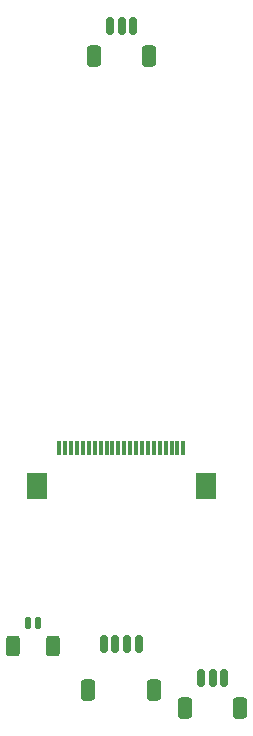
<source format=gbr>
%TF.GenerationSoftware,KiCad,Pcbnew,8.0.8*%
%TF.CreationDate,2025-01-20T00:31:33+01:00*%
%TF.ProjectId,____,e4e8e4e8-2e6b-4696-9361-645f70636258,2.0*%
%TF.SameCoordinates,Original*%
%TF.FileFunction,Paste,Top*%
%TF.FilePolarity,Positive*%
%FSLAX46Y46*%
G04 Gerber Fmt 4.6, Leading zero omitted, Abs format (unit mm)*
G04 Created by KiCad (PCBNEW 8.0.8) date 2025-01-20 00:31:33*
%MOMM*%
%LPD*%
G01*
G04 APERTURE LIST*
G04 Aperture macros list*
%AMRoundRect*
0 Rectangle with rounded corners*
0 $1 Rounding radius*
0 $2 $3 $4 $5 $6 $7 $8 $9 X,Y pos of 4 corners*
0 Add a 4 corners polygon primitive as box body*
4,1,4,$2,$3,$4,$5,$6,$7,$8,$9,$2,$3,0*
0 Add four circle primitives for the rounded corners*
1,1,$1+$1,$2,$3*
1,1,$1+$1,$4,$5*
1,1,$1+$1,$6,$7*
1,1,$1+$1,$8,$9*
0 Add four rect primitives between the rounded corners*
20,1,$1+$1,$2,$3,$4,$5,0*
20,1,$1+$1,$4,$5,$6,$7,0*
20,1,$1+$1,$6,$7,$8,$9,0*
20,1,$1+$1,$8,$9,$2,$3,0*%
G04 Aperture macros list end*
%ADD10RoundRect,0.150000X0.150000X0.625000X-0.150000X0.625000X-0.150000X-0.625000X0.150000X-0.625000X0*%
%ADD11RoundRect,0.250000X0.350000X0.650000X-0.350000X0.650000X-0.350000X-0.650000X0.350000X-0.650000X0*%
%ADD12RoundRect,0.150000X-0.150000X-0.625000X0.150000X-0.625000X0.150000X0.625000X-0.150000X0.625000X0*%
%ADD13RoundRect,0.250000X-0.350000X-0.650000X0.350000X-0.650000X0.350000X0.650000X-0.350000X0.650000X0*%
%ADD14RoundRect,0.125000X-0.125000X-0.375000X0.125000X-0.375000X0.125000X0.375000X-0.125000X0.375000X0*%
%ADD15RoundRect,0.250000X-0.350000X-0.600000X0.350000X-0.600000X0.350000X0.600000X-0.350000X0.600000X0*%
%ADD16R,0.300000X1.300000*%
%ADD17R,1.800000X2.200000*%
G04 APERTURE END LIST*
D10*
%TO.C,J7*%
X158730000Y-127055000D03*
X157730000Y-127055000D03*
X156730000Y-127055000D03*
D11*
X160030000Y-129580000D03*
X155430000Y-129580000D03*
%TD*%
D12*
%TO.C,J5*%
X148500000Y-124200000D03*
X149500000Y-124200000D03*
X150500000Y-124200000D03*
X151500000Y-124200000D03*
D13*
X147200000Y-128075000D03*
X152800000Y-128075000D03*
%TD*%
D14*
%TO.C,J6*%
X142140000Y-122420000D03*
X142940000Y-122420000D03*
D15*
X140840000Y-124370000D03*
X144240000Y-124370000D03*
%TD*%
D16*
%TO.C,J2*%
X144750000Y-107540000D03*
X145250000Y-107540000D03*
X145750000Y-107540000D03*
X146250000Y-107540000D03*
X146750000Y-107540000D03*
X147250000Y-107540000D03*
X147750000Y-107540000D03*
X148250000Y-107540000D03*
X148750000Y-107540000D03*
X149250000Y-107540000D03*
X149750000Y-107540000D03*
X150250000Y-107540000D03*
X150750000Y-107540000D03*
X151250000Y-107540000D03*
X151750000Y-107540000D03*
X152250000Y-107540000D03*
X152750000Y-107540000D03*
X153250000Y-107540000D03*
X153750000Y-107540000D03*
X154250000Y-107540000D03*
X154750000Y-107540000D03*
X155250000Y-107540000D03*
D17*
X142850000Y-110790000D03*
X157150000Y-110790000D03*
%TD*%
D10*
%TO.C,J1*%
X151020000Y-71865000D03*
X150020000Y-71865000D03*
X149020000Y-71865000D03*
D11*
X152320000Y-74390000D03*
X147720000Y-74390000D03*
%TD*%
M02*

</source>
